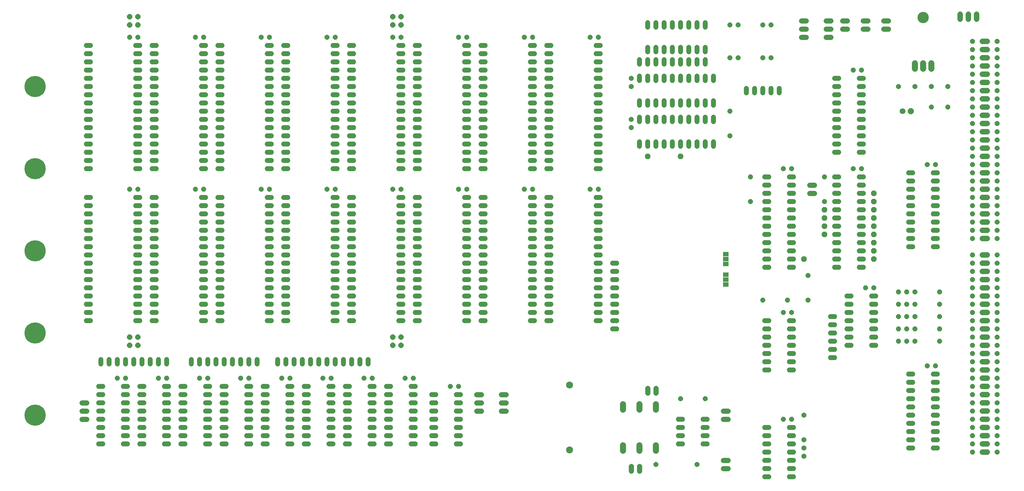
<source format=gbs>
G75*
%MOIN*%
%OFA0B0*%
%FSLAX25Y25*%
%IPPOS*%
%LPD*%
%AMOC8*
5,1,8,0,0,1.08239X$1,22.5*
%
%ADD10C,0.06800*%
%ADD11C,0.07400*%
%ADD12C,0.13800*%
%ADD13OC8,0.07100*%
%ADD14C,0.07100*%
%ADD15OC8,0.06000*%
%ADD16OC8,0.06050*%
%ADD17C,0.25800*%
%ADD18C,0.06000*%
%ADD19OC8,0.06400*%
%ADD20C,0.06400*%
%ADD21C,0.08477*%
%ADD22OC8,0.06800*%
%ADD23R,0.07100X0.05400*%
D10*
X1161300Y0598300D02*
X1161300Y0604300D01*
X1171300Y0604300D02*
X1171300Y0598300D01*
X1181300Y0598300D02*
X1181300Y0604300D01*
X1188300Y0571300D02*
X1194300Y0571300D01*
X1194300Y0561300D02*
X1188300Y0561300D01*
X1188300Y0551300D02*
X1194300Y0551300D01*
X1194300Y0541300D02*
X1188300Y0541300D01*
X1188300Y0531300D02*
X1194300Y0531300D01*
X1194300Y0521300D02*
X1188300Y0521300D01*
X1188300Y0511300D02*
X1194300Y0511300D01*
X1194300Y0501300D02*
X1188300Y0501300D01*
X1188300Y0491300D02*
X1194300Y0491300D01*
X1194300Y0481300D02*
X1188300Y0481300D01*
X1188300Y0471300D02*
X1194300Y0471300D01*
X1194300Y0461300D02*
X1188300Y0461300D01*
X1188300Y0451300D02*
X1194300Y0451300D01*
X1194300Y0441300D02*
X1188300Y0441300D01*
X1188300Y0431300D02*
X1194300Y0431300D01*
X1194300Y0421300D02*
X1188300Y0421300D01*
X1188300Y0411300D02*
X1194300Y0411300D01*
X1194300Y0401300D02*
X1188300Y0401300D01*
X1188300Y0391300D02*
X1194300Y0391300D01*
X1194300Y0381300D02*
X1188300Y0381300D01*
X1188300Y0371300D02*
X1194300Y0371300D01*
X1194300Y0361300D02*
X1188300Y0361300D01*
X1188300Y0351300D02*
X1194300Y0351300D01*
X1194300Y0341300D02*
X1188300Y0341300D01*
X1188300Y0331300D02*
X1194300Y0331300D01*
X1194300Y0311300D02*
X1188300Y0311300D01*
X1188300Y0301300D02*
X1194300Y0301300D01*
X1194300Y0291300D02*
X1188300Y0291300D01*
X1188300Y0281300D02*
X1194300Y0281300D01*
X1194300Y0271300D02*
X1188300Y0271300D01*
X1188300Y0261300D02*
X1194300Y0261300D01*
X1194300Y0251300D02*
X1188300Y0251300D01*
X1188300Y0241300D02*
X1194300Y0241300D01*
X1194300Y0231300D02*
X1188300Y0231300D01*
X1188300Y0221300D02*
X1194300Y0221300D01*
X1194300Y0211300D02*
X1188300Y0211300D01*
X1188300Y0201300D02*
X1194300Y0201300D01*
X1194300Y0191300D02*
X1188300Y0191300D01*
X1188300Y0181300D02*
X1194300Y0181300D01*
X1194300Y0171300D02*
X1188300Y0171300D01*
X1188300Y0161300D02*
X1194300Y0161300D01*
X1194300Y0151300D02*
X1188300Y0151300D01*
X1188300Y0141300D02*
X1194300Y0141300D01*
X1194300Y0131300D02*
X1188300Y0131300D01*
X1188300Y0121300D02*
X1194300Y0121300D01*
X1194300Y0111300D02*
X1188300Y0111300D01*
X1188300Y0101300D02*
X1194300Y0101300D01*
X1194300Y0091300D02*
X1188300Y0091300D01*
X1188300Y0081300D02*
X1194300Y0081300D01*
X1194300Y0071300D02*
X1188300Y0071300D01*
D11*
X0791300Y0073000D02*
X0791300Y0079600D01*
X0771300Y0079600D02*
X0771300Y0073000D01*
X0751300Y0073000D02*
X0751300Y0079600D01*
X0751300Y0123000D02*
X0751300Y0129600D01*
X0771300Y0129600D02*
X0771300Y0123000D01*
X0791300Y0123000D02*
X0791300Y0129600D01*
X1106300Y0538000D02*
X1106300Y0544600D01*
X1116300Y0544600D02*
X1116300Y0538000D01*
X1126300Y0538000D02*
X1126300Y0544600D01*
D12*
X1116300Y0600300D03*
D13*
X1101300Y0486300D03*
D14*
X1091300Y0486300D03*
D15*
X1126300Y0491300D03*
X1146300Y0491300D03*
X1146300Y0516300D03*
X1126300Y0516300D03*
X1106300Y0516300D03*
X1086300Y0516300D03*
X1041300Y0536300D03*
X1031300Y0536300D03*
X0931300Y0551300D03*
X0921300Y0551300D03*
X0891300Y0551300D03*
X0881300Y0551300D03*
X0881300Y0591300D03*
X0891300Y0591300D03*
X0921300Y0591300D03*
X0931300Y0591300D03*
X0761300Y0526300D03*
X0761300Y0516300D03*
X0761300Y0476300D03*
X0761300Y0466300D03*
X0881300Y0456300D03*
X0881300Y0486300D03*
X0946300Y0416300D03*
X0956300Y0416300D03*
X0996300Y0406300D03*
X1031300Y0416300D03*
X1041300Y0416300D03*
X0996300Y0376300D03*
X0906300Y0376300D03*
X0906300Y0406300D03*
X0721300Y0391300D03*
X0711300Y0391300D03*
X0641300Y0391300D03*
X0631300Y0391300D03*
X0561300Y0391300D03*
X0551300Y0391300D03*
X0481300Y0391300D03*
X0471300Y0391300D03*
X0401300Y0391300D03*
X0391300Y0391300D03*
X0321300Y0391300D03*
X0311300Y0391300D03*
X0241300Y0391300D03*
X0231300Y0391300D03*
X0161300Y0391300D03*
X0151300Y0391300D03*
X0151300Y0576300D03*
X0161300Y0576300D03*
X0231300Y0576300D03*
X0241300Y0576300D03*
X0311300Y0576300D03*
X0321300Y0576300D03*
X0391300Y0576300D03*
X0401300Y0576300D03*
X0471300Y0576300D03*
X0481300Y0576300D03*
X0551300Y0576300D03*
X0561300Y0576300D03*
X0631300Y0576300D03*
X0641300Y0576300D03*
X0711300Y0576300D03*
X0721300Y0576300D03*
X1121300Y0421300D03*
X1131300Y0421300D03*
X0976300Y0286300D03*
X0976300Y0256300D03*
X0956300Y0241300D03*
X0946300Y0241300D03*
X0951300Y0256300D03*
X0921300Y0256300D03*
X1046300Y0271300D03*
X1056300Y0271300D03*
X1086300Y0266300D03*
X1096300Y0266300D03*
X1106300Y0266300D03*
X1106300Y0251300D03*
X1096300Y0251300D03*
X1086300Y0251300D03*
X1086300Y0236300D03*
X1096300Y0236300D03*
X1106300Y0236300D03*
X1106300Y0221300D03*
X1096300Y0221300D03*
X1086300Y0221300D03*
X1086300Y0206300D03*
X1096300Y0206300D03*
X1106300Y0206300D03*
X1136300Y0206300D03*
X1136300Y0221300D03*
X1136300Y0236300D03*
X1136300Y0251300D03*
X1136300Y0266300D03*
X1131300Y0176300D03*
X1121300Y0176300D03*
X0971300Y0116300D03*
X0956300Y0111300D03*
X0946300Y0111300D03*
X0971300Y0086300D03*
X0971300Y0076300D03*
X0971300Y0066300D03*
X0841300Y0056300D03*
X0791300Y0056300D03*
X0821300Y0136300D03*
X0851300Y0136300D03*
X0551300Y0151300D03*
X0541300Y0151300D03*
X0496300Y0161300D03*
X0486300Y0161300D03*
X0446300Y0161300D03*
X0436300Y0161300D03*
X0396300Y0161300D03*
X0386300Y0161300D03*
X0346300Y0161300D03*
X0336300Y0161300D03*
X0296300Y0161300D03*
X0286300Y0161300D03*
X0246300Y0161300D03*
X0236300Y0161300D03*
X0196300Y0161300D03*
X0186300Y0161300D03*
X0146300Y0161300D03*
X0136300Y0161300D03*
D16*
X1176300Y0161300D03*
X1176300Y0151300D03*
X1176300Y0141300D03*
X1176300Y0131300D03*
X1176300Y0121300D03*
X1176300Y0111300D03*
X1176300Y0101300D03*
X1176300Y0091300D03*
X1176300Y0081300D03*
X1176300Y0071300D03*
X1206300Y0071300D03*
X1206300Y0081300D03*
X1206300Y0091300D03*
X1206300Y0101300D03*
X1206300Y0111300D03*
X1206300Y0121300D03*
X1206300Y0131300D03*
X1206300Y0141300D03*
X1206300Y0151300D03*
X1206300Y0161300D03*
X1206300Y0171300D03*
X1206300Y0181300D03*
X1206300Y0191300D03*
X1206300Y0201300D03*
X1206300Y0211300D03*
X1206300Y0221300D03*
X1206300Y0231300D03*
X1206300Y0241300D03*
X1206300Y0251300D03*
X1206300Y0261300D03*
X1206300Y0271300D03*
X1206300Y0281300D03*
X1206300Y0291300D03*
X1206300Y0301300D03*
X1206300Y0311300D03*
X1176300Y0311300D03*
X1176300Y0301300D03*
X1176300Y0291300D03*
X1176300Y0281300D03*
X1176300Y0271300D03*
X1176300Y0261300D03*
X1176300Y0251300D03*
X1176300Y0241300D03*
X1176300Y0231300D03*
X1176300Y0221300D03*
X1176300Y0211300D03*
X1176300Y0201300D03*
X1176300Y0191300D03*
X1176300Y0181300D03*
X1176300Y0171300D03*
X1176300Y0331300D03*
X1176300Y0341300D03*
X1176300Y0351300D03*
X1176300Y0361300D03*
X1176300Y0371300D03*
X1176300Y0381300D03*
X1176300Y0391300D03*
X1176300Y0401300D03*
X1176300Y0411300D03*
X1176300Y0421300D03*
X1176300Y0431300D03*
X1176300Y0441300D03*
X1176300Y0451300D03*
X1176300Y0461300D03*
X1176300Y0471300D03*
X1176300Y0481300D03*
X1176300Y0491300D03*
X1176300Y0501300D03*
X1176300Y0511300D03*
X1176300Y0521300D03*
X1176300Y0531300D03*
X1176300Y0541300D03*
X1176300Y0551300D03*
X1176300Y0561300D03*
X1176300Y0571300D03*
X1206300Y0571300D03*
X1206300Y0561300D03*
X1206300Y0551300D03*
X1206300Y0541300D03*
X1206300Y0531300D03*
X1206300Y0521300D03*
X1206300Y0511300D03*
X1206300Y0501300D03*
X1206300Y0491300D03*
X1206300Y0481300D03*
X1206300Y0471300D03*
X1206300Y0461300D03*
X1206300Y0451300D03*
X1206300Y0441300D03*
X1206300Y0431300D03*
X1206300Y0421300D03*
X1206300Y0411300D03*
X1206300Y0401300D03*
X1206300Y0391300D03*
X1206300Y0381300D03*
X1206300Y0371300D03*
X1206300Y0361300D03*
X1206300Y0351300D03*
X1206300Y0341300D03*
X1206300Y0331300D03*
D17*
X0036300Y0316300D03*
X0036300Y0216300D03*
X0036300Y0116300D03*
X0036300Y0416300D03*
X0036300Y0516300D03*
D18*
X0113700Y0081300D02*
X0118900Y0081300D01*
X0118900Y0091300D02*
X0113700Y0091300D01*
X0113700Y0101300D02*
X0118900Y0101300D01*
X0118900Y0111300D02*
X0113700Y0111300D01*
X0113700Y0121300D02*
X0118900Y0121300D01*
X0118900Y0131300D02*
X0113700Y0131300D01*
X0113700Y0141300D02*
X0118900Y0141300D01*
X0118900Y0151300D02*
X0113700Y0151300D01*
X0143700Y0151300D02*
X0148900Y0151300D01*
X0163700Y0151300D02*
X0168900Y0151300D01*
X0168900Y0141300D02*
X0163700Y0141300D01*
X0148900Y0141300D02*
X0143700Y0141300D01*
X0143700Y0131300D02*
X0148900Y0131300D01*
X0148900Y0121300D02*
X0143700Y0121300D01*
X0143700Y0111300D02*
X0148900Y0111300D01*
X0148900Y0101300D02*
X0143700Y0101300D01*
X0143700Y0091300D02*
X0148900Y0091300D01*
X0163700Y0091300D02*
X0168900Y0091300D01*
X0168900Y0081300D02*
X0163700Y0081300D01*
X0148900Y0081300D02*
X0143700Y0081300D01*
X0163700Y0101300D02*
X0168900Y0101300D01*
X0168900Y0111300D02*
X0163700Y0111300D01*
X0163700Y0121300D02*
X0168900Y0121300D01*
X0168900Y0131300D02*
X0163700Y0131300D01*
X0193700Y0131300D02*
X0198900Y0131300D01*
X0198900Y0121300D02*
X0193700Y0121300D01*
X0193700Y0111300D02*
X0198900Y0111300D01*
X0198900Y0101300D02*
X0193700Y0101300D01*
X0193700Y0091300D02*
X0198900Y0091300D01*
X0213700Y0091300D02*
X0218900Y0091300D01*
X0218900Y0081300D02*
X0213700Y0081300D01*
X0198900Y0081300D02*
X0193700Y0081300D01*
X0213700Y0101300D02*
X0218900Y0101300D01*
X0218900Y0111300D02*
X0213700Y0111300D01*
X0213700Y0121300D02*
X0218900Y0121300D01*
X0218900Y0131300D02*
X0213700Y0131300D01*
X0213700Y0141300D02*
X0218900Y0141300D01*
X0218900Y0151300D02*
X0213700Y0151300D01*
X0198900Y0151300D02*
X0193700Y0151300D01*
X0193700Y0141300D02*
X0198900Y0141300D01*
X0243700Y0141300D02*
X0248900Y0141300D01*
X0263700Y0141300D02*
X0268900Y0141300D01*
X0268900Y0131300D02*
X0263700Y0131300D01*
X0263700Y0121300D02*
X0268900Y0121300D01*
X0268900Y0111300D02*
X0263700Y0111300D01*
X0263700Y0101300D02*
X0268900Y0101300D01*
X0268900Y0091300D02*
X0263700Y0091300D01*
X0248900Y0091300D02*
X0243700Y0091300D01*
X0243700Y0081300D02*
X0248900Y0081300D01*
X0263700Y0081300D02*
X0268900Y0081300D01*
X0293700Y0081300D02*
X0298900Y0081300D01*
X0313700Y0081300D02*
X0318900Y0081300D01*
X0318900Y0091300D02*
X0313700Y0091300D01*
X0298900Y0091300D02*
X0293700Y0091300D01*
X0293700Y0101300D02*
X0298900Y0101300D01*
X0298900Y0111300D02*
X0293700Y0111300D01*
X0313700Y0111300D02*
X0318900Y0111300D01*
X0318900Y0101300D02*
X0313700Y0101300D01*
X0313700Y0121300D02*
X0318900Y0121300D01*
X0318900Y0131300D02*
X0313700Y0131300D01*
X0298900Y0131300D02*
X0293700Y0131300D01*
X0293700Y0121300D02*
X0298900Y0121300D01*
X0298900Y0141300D02*
X0293700Y0141300D01*
X0313700Y0141300D02*
X0318900Y0141300D01*
X0318900Y0151300D02*
X0313700Y0151300D01*
X0298900Y0151300D02*
X0293700Y0151300D01*
X0268900Y0151300D02*
X0263700Y0151300D01*
X0248900Y0151300D02*
X0243700Y0151300D01*
X0243700Y0131300D02*
X0248900Y0131300D01*
X0248900Y0121300D02*
X0243700Y0121300D01*
X0243700Y0111300D02*
X0248900Y0111300D01*
X0248900Y0101300D02*
X0243700Y0101300D01*
X0343700Y0101300D02*
X0348900Y0101300D01*
X0348900Y0111300D02*
X0343700Y0111300D01*
X0363700Y0111300D02*
X0368900Y0111300D01*
X0368900Y0101300D02*
X0363700Y0101300D01*
X0363700Y0091300D02*
X0368900Y0091300D01*
X0368900Y0081300D02*
X0363700Y0081300D01*
X0348900Y0081300D02*
X0343700Y0081300D01*
X0343700Y0091300D02*
X0348900Y0091300D01*
X0393700Y0091300D02*
X0398900Y0091300D01*
X0398900Y0081300D02*
X0393700Y0081300D01*
X0413700Y0081300D02*
X0418900Y0081300D01*
X0418900Y0091300D02*
X0413700Y0091300D01*
X0413700Y0101300D02*
X0418900Y0101300D01*
X0418900Y0111300D02*
X0413700Y0111300D01*
X0413700Y0121300D02*
X0418900Y0121300D01*
X0418900Y0131300D02*
X0413700Y0131300D01*
X0413700Y0141300D02*
X0418900Y0141300D01*
X0418900Y0151300D02*
X0413700Y0151300D01*
X0398900Y0151300D02*
X0393700Y0151300D01*
X0393700Y0141300D02*
X0398900Y0141300D01*
X0398900Y0131300D02*
X0393700Y0131300D01*
X0393700Y0121300D02*
X0398900Y0121300D01*
X0398900Y0111300D02*
X0393700Y0111300D01*
X0393700Y0101300D02*
X0398900Y0101300D01*
X0368900Y0121300D02*
X0363700Y0121300D01*
X0363700Y0131300D02*
X0368900Y0131300D01*
X0368900Y0141300D02*
X0363700Y0141300D01*
X0348900Y0141300D02*
X0343700Y0141300D01*
X0343700Y0131300D02*
X0348900Y0131300D01*
X0348900Y0121300D02*
X0343700Y0121300D01*
X0343700Y0151300D02*
X0348900Y0151300D01*
X0363700Y0151300D02*
X0368900Y0151300D01*
X0371300Y0178700D02*
X0371300Y0183900D01*
X0361300Y0183900D02*
X0361300Y0178700D01*
X0351300Y0178700D02*
X0351300Y0183900D01*
X0341300Y0183900D02*
X0341300Y0178700D01*
X0331300Y0178700D02*
X0331300Y0183900D01*
X0306300Y0183900D02*
X0306300Y0178700D01*
X0296300Y0178700D02*
X0296300Y0183900D01*
X0286300Y0183900D02*
X0286300Y0178700D01*
X0276300Y0178700D02*
X0276300Y0183900D01*
X0266300Y0183900D02*
X0266300Y0178700D01*
X0256300Y0178700D02*
X0256300Y0183900D01*
X0246300Y0183900D02*
X0246300Y0178700D01*
X0236300Y0178700D02*
X0236300Y0183900D01*
X0226300Y0183900D02*
X0226300Y0178700D01*
X0196300Y0178700D02*
X0196300Y0183900D01*
X0186300Y0183900D02*
X0186300Y0178700D01*
X0176300Y0178700D02*
X0176300Y0183900D01*
X0166300Y0183900D02*
X0166300Y0178700D01*
X0156300Y0178700D02*
X0156300Y0183900D01*
X0146300Y0183900D02*
X0146300Y0178700D01*
X0136300Y0178700D02*
X0136300Y0183900D01*
X0126300Y0183900D02*
X0126300Y0178700D01*
X0116300Y0178700D02*
X0116300Y0183900D01*
X0103900Y0231300D02*
X0098700Y0231300D01*
X0098700Y0241300D02*
X0103900Y0241300D01*
X0103900Y0251300D02*
X0098700Y0251300D01*
X0098700Y0261300D02*
X0103900Y0261300D01*
X0103900Y0271300D02*
X0098700Y0271300D01*
X0098700Y0281300D02*
X0103900Y0281300D01*
X0103900Y0291300D02*
X0098700Y0291300D01*
X0098700Y0301300D02*
X0103900Y0301300D01*
X0103900Y0311300D02*
X0098700Y0311300D01*
X0098700Y0321300D02*
X0103900Y0321300D01*
X0103900Y0331300D02*
X0098700Y0331300D01*
X0098700Y0341300D02*
X0103900Y0341300D01*
X0103900Y0351300D02*
X0098700Y0351300D01*
X0098700Y0361300D02*
X0103900Y0361300D01*
X0103900Y0371300D02*
X0098700Y0371300D01*
X0098700Y0381300D02*
X0103900Y0381300D01*
X0158700Y0381300D02*
X0163900Y0381300D01*
X0163900Y0371300D02*
X0158700Y0371300D01*
X0178700Y0371300D02*
X0183900Y0371300D01*
X0183900Y0381300D02*
X0178700Y0381300D01*
X0178700Y0361300D02*
X0183900Y0361300D01*
X0183900Y0351300D02*
X0178700Y0351300D01*
X0178700Y0341300D02*
X0183900Y0341300D01*
X0183900Y0331300D02*
X0178700Y0331300D01*
X0178700Y0321300D02*
X0183900Y0321300D01*
X0183900Y0311300D02*
X0178700Y0311300D01*
X0178700Y0301300D02*
X0183900Y0301300D01*
X0183900Y0291300D02*
X0178700Y0291300D01*
X0163900Y0291300D02*
X0158700Y0291300D01*
X0158700Y0281300D02*
X0163900Y0281300D01*
X0163900Y0271300D02*
X0158700Y0271300D01*
X0178700Y0271300D02*
X0183900Y0271300D01*
X0183900Y0281300D02*
X0178700Y0281300D01*
X0178700Y0261300D02*
X0183900Y0261300D01*
X0183900Y0251300D02*
X0178700Y0251300D01*
X0163900Y0251300D02*
X0158700Y0251300D01*
X0158700Y0261300D02*
X0163900Y0261300D01*
X0163900Y0241300D02*
X0158700Y0241300D01*
X0178700Y0241300D02*
X0183900Y0241300D01*
X0183900Y0231300D02*
X0178700Y0231300D01*
X0163900Y0231300D02*
X0158700Y0231300D01*
X0238700Y0231300D02*
X0243900Y0231300D01*
X0258700Y0231300D02*
X0263900Y0231300D01*
X0263900Y0241300D02*
X0258700Y0241300D01*
X0243900Y0241300D02*
X0238700Y0241300D01*
X0238700Y0251300D02*
X0243900Y0251300D01*
X0243900Y0261300D02*
X0238700Y0261300D01*
X0238700Y0271300D02*
X0243900Y0271300D01*
X0243900Y0281300D02*
X0238700Y0281300D01*
X0238700Y0291300D02*
X0243900Y0291300D01*
X0258700Y0291300D02*
X0263900Y0291300D01*
X0263900Y0281300D02*
X0258700Y0281300D01*
X0258700Y0271300D02*
X0263900Y0271300D01*
X0263900Y0261300D02*
X0258700Y0261300D01*
X0258700Y0251300D02*
X0263900Y0251300D01*
X0318700Y0251300D02*
X0323900Y0251300D01*
X0323900Y0261300D02*
X0318700Y0261300D01*
X0338700Y0261300D02*
X0343900Y0261300D01*
X0343900Y0251300D02*
X0338700Y0251300D01*
X0338700Y0241300D02*
X0343900Y0241300D01*
X0343900Y0231300D02*
X0338700Y0231300D01*
X0323900Y0231300D02*
X0318700Y0231300D01*
X0318700Y0241300D02*
X0323900Y0241300D01*
X0323900Y0271300D02*
X0318700Y0271300D01*
X0318700Y0281300D02*
X0323900Y0281300D01*
X0338700Y0281300D02*
X0343900Y0281300D01*
X0343900Y0271300D02*
X0338700Y0271300D01*
X0338700Y0291300D02*
X0343900Y0291300D01*
X0343900Y0301300D02*
X0338700Y0301300D01*
X0338700Y0311300D02*
X0343900Y0311300D01*
X0343900Y0321300D02*
X0338700Y0321300D01*
X0338700Y0331300D02*
X0343900Y0331300D01*
X0343900Y0341300D02*
X0338700Y0341300D01*
X0338700Y0351300D02*
X0343900Y0351300D01*
X0343900Y0361300D02*
X0338700Y0361300D01*
X0323900Y0361300D02*
X0318700Y0361300D01*
X0318700Y0351300D02*
X0323900Y0351300D01*
X0323900Y0341300D02*
X0318700Y0341300D01*
X0318700Y0331300D02*
X0323900Y0331300D01*
X0323900Y0321300D02*
X0318700Y0321300D01*
X0318700Y0311300D02*
X0323900Y0311300D01*
X0323900Y0301300D02*
X0318700Y0301300D01*
X0318700Y0291300D02*
X0323900Y0291300D01*
X0263900Y0301300D02*
X0258700Y0301300D01*
X0258700Y0311300D02*
X0263900Y0311300D01*
X0243900Y0311300D02*
X0238700Y0311300D01*
X0238700Y0301300D02*
X0243900Y0301300D01*
X0243900Y0321300D02*
X0238700Y0321300D01*
X0238700Y0331300D02*
X0243900Y0331300D01*
X0258700Y0331300D02*
X0263900Y0331300D01*
X0263900Y0321300D02*
X0258700Y0321300D01*
X0258700Y0341300D02*
X0263900Y0341300D01*
X0263900Y0351300D02*
X0258700Y0351300D01*
X0243900Y0351300D02*
X0238700Y0351300D01*
X0238700Y0341300D02*
X0243900Y0341300D01*
X0243900Y0361300D02*
X0238700Y0361300D01*
X0238700Y0371300D02*
X0243900Y0371300D01*
X0243900Y0381300D02*
X0238700Y0381300D01*
X0258700Y0381300D02*
X0263900Y0381300D01*
X0263900Y0371300D02*
X0258700Y0371300D01*
X0258700Y0361300D02*
X0263900Y0361300D01*
X0318700Y0371300D02*
X0323900Y0371300D01*
X0323900Y0381300D02*
X0318700Y0381300D01*
X0338700Y0381300D02*
X0343900Y0381300D01*
X0343900Y0371300D02*
X0338700Y0371300D01*
X0398700Y0371300D02*
X0403900Y0371300D01*
X0403900Y0381300D02*
X0398700Y0381300D01*
X0418700Y0381300D02*
X0423900Y0381300D01*
X0423900Y0371300D02*
X0418700Y0371300D01*
X0418700Y0361300D02*
X0423900Y0361300D01*
X0403900Y0361300D02*
X0398700Y0361300D01*
X0398700Y0351300D02*
X0403900Y0351300D01*
X0403900Y0341300D02*
X0398700Y0341300D01*
X0398700Y0331300D02*
X0403900Y0331300D01*
X0403900Y0321300D02*
X0398700Y0321300D01*
X0398700Y0311300D02*
X0403900Y0311300D01*
X0403900Y0301300D02*
X0398700Y0301300D01*
X0398700Y0291300D02*
X0403900Y0291300D01*
X0418700Y0291300D02*
X0423900Y0291300D01*
X0423900Y0281300D02*
X0418700Y0281300D01*
X0418700Y0271300D02*
X0423900Y0271300D01*
X0403900Y0271300D02*
X0398700Y0271300D01*
X0398700Y0281300D02*
X0403900Y0281300D01*
X0403900Y0261300D02*
X0398700Y0261300D01*
X0398700Y0251300D02*
X0403900Y0251300D01*
X0418700Y0251300D02*
X0423900Y0251300D01*
X0423900Y0261300D02*
X0418700Y0261300D01*
X0418700Y0241300D02*
X0423900Y0241300D01*
X0403900Y0241300D02*
X0398700Y0241300D01*
X0398700Y0231300D02*
X0403900Y0231300D01*
X0418700Y0231300D02*
X0423900Y0231300D01*
X0478700Y0231300D02*
X0483900Y0231300D01*
X0483900Y0241300D02*
X0478700Y0241300D01*
X0478700Y0251300D02*
X0483900Y0251300D01*
X0483900Y0261300D02*
X0478700Y0261300D01*
X0478700Y0271300D02*
X0483900Y0271300D01*
X0483900Y0281300D02*
X0478700Y0281300D01*
X0478700Y0291300D02*
X0483900Y0291300D01*
X0483900Y0301300D02*
X0478700Y0301300D01*
X0478700Y0311300D02*
X0483900Y0311300D01*
X0483900Y0321300D02*
X0478700Y0321300D01*
X0478700Y0331300D02*
X0483900Y0331300D01*
X0483900Y0341300D02*
X0478700Y0341300D01*
X0478700Y0351300D02*
X0483900Y0351300D01*
X0483900Y0361300D02*
X0478700Y0361300D01*
X0478700Y0371300D02*
X0483900Y0371300D01*
X0483900Y0381300D02*
X0478700Y0381300D01*
X0498700Y0381300D02*
X0503900Y0381300D01*
X0503900Y0371300D02*
X0498700Y0371300D01*
X0498700Y0361300D02*
X0503900Y0361300D01*
X0503900Y0351300D02*
X0498700Y0351300D01*
X0498700Y0341300D02*
X0503900Y0341300D01*
X0503900Y0331300D02*
X0498700Y0331300D01*
X0498700Y0321300D02*
X0503900Y0321300D01*
X0503900Y0311300D02*
X0498700Y0311300D01*
X0498700Y0301300D02*
X0503900Y0301300D01*
X0503900Y0291300D02*
X0498700Y0291300D01*
X0498700Y0281300D02*
X0503900Y0281300D01*
X0503900Y0271300D02*
X0498700Y0271300D01*
X0498700Y0261300D02*
X0503900Y0261300D01*
X0503900Y0251300D02*
X0498700Y0251300D01*
X0498700Y0241300D02*
X0503900Y0241300D01*
X0503900Y0231300D02*
X0498700Y0231300D01*
X0558700Y0231300D02*
X0563900Y0231300D01*
X0578700Y0231300D02*
X0583900Y0231300D01*
X0583900Y0241300D02*
X0578700Y0241300D01*
X0563900Y0241300D02*
X0558700Y0241300D01*
X0558700Y0251300D02*
X0563900Y0251300D01*
X0563900Y0261300D02*
X0558700Y0261300D01*
X0578700Y0261300D02*
X0583900Y0261300D01*
X0583900Y0251300D02*
X0578700Y0251300D01*
X0578700Y0271300D02*
X0583900Y0271300D01*
X0583900Y0281300D02*
X0578700Y0281300D01*
X0563900Y0281300D02*
X0558700Y0281300D01*
X0558700Y0271300D02*
X0563900Y0271300D01*
X0563900Y0291300D02*
X0558700Y0291300D01*
X0578700Y0291300D02*
X0583900Y0291300D01*
X0583900Y0301300D02*
X0578700Y0301300D01*
X0578700Y0311300D02*
X0583900Y0311300D01*
X0583900Y0321300D02*
X0578700Y0321300D01*
X0578700Y0331300D02*
X0583900Y0331300D01*
X0583900Y0341300D02*
X0578700Y0341300D01*
X0578700Y0351300D02*
X0583900Y0351300D01*
X0583900Y0361300D02*
X0578700Y0361300D01*
X0563900Y0361300D02*
X0558700Y0361300D01*
X0558700Y0351300D02*
X0563900Y0351300D01*
X0563900Y0341300D02*
X0558700Y0341300D01*
X0558700Y0331300D02*
X0563900Y0331300D01*
X0563900Y0321300D02*
X0558700Y0321300D01*
X0558700Y0311300D02*
X0563900Y0311300D01*
X0563900Y0301300D02*
X0558700Y0301300D01*
X0638700Y0301300D02*
X0643900Y0301300D01*
X0643900Y0311300D02*
X0638700Y0311300D01*
X0638700Y0321300D02*
X0643900Y0321300D01*
X0643900Y0331300D02*
X0638700Y0331300D01*
X0638700Y0341300D02*
X0643900Y0341300D01*
X0643900Y0351300D02*
X0638700Y0351300D01*
X0638700Y0361300D02*
X0643900Y0361300D01*
X0658700Y0361300D02*
X0663900Y0361300D01*
X0663900Y0351300D02*
X0658700Y0351300D01*
X0658700Y0341300D02*
X0663900Y0341300D01*
X0663900Y0331300D02*
X0658700Y0331300D01*
X0658700Y0321300D02*
X0663900Y0321300D01*
X0663900Y0311300D02*
X0658700Y0311300D01*
X0658700Y0301300D02*
X0663900Y0301300D01*
X0663900Y0291300D02*
X0658700Y0291300D01*
X0643900Y0291300D02*
X0638700Y0291300D01*
X0638700Y0281300D02*
X0643900Y0281300D01*
X0643900Y0271300D02*
X0638700Y0271300D01*
X0638700Y0261300D02*
X0643900Y0261300D01*
X0643900Y0251300D02*
X0638700Y0251300D01*
X0638700Y0241300D02*
X0643900Y0241300D01*
X0658700Y0241300D02*
X0663900Y0241300D01*
X0663900Y0231300D02*
X0658700Y0231300D01*
X0643900Y0231300D02*
X0638700Y0231300D01*
X0658700Y0251300D02*
X0663900Y0251300D01*
X0663900Y0261300D02*
X0658700Y0261300D01*
X0658700Y0271300D02*
X0663900Y0271300D01*
X0663900Y0281300D02*
X0658700Y0281300D01*
X0718700Y0281300D02*
X0723900Y0281300D01*
X0723900Y0271300D02*
X0718700Y0271300D01*
X0738700Y0271300D02*
X0743900Y0271300D01*
X0743900Y0281300D02*
X0738700Y0281300D01*
X0738700Y0291300D02*
X0743900Y0291300D01*
X0743900Y0301300D02*
X0738700Y0301300D01*
X0723900Y0301300D02*
X0718700Y0301300D01*
X0718700Y0311300D02*
X0723900Y0311300D01*
X0723900Y0321300D02*
X0718700Y0321300D01*
X0718700Y0331300D02*
X0723900Y0331300D01*
X0723900Y0341300D02*
X0718700Y0341300D01*
X0718700Y0351300D02*
X0723900Y0351300D01*
X0723900Y0361300D02*
X0718700Y0361300D01*
X0718700Y0371300D02*
X0723900Y0371300D01*
X0723900Y0381300D02*
X0718700Y0381300D01*
X0663900Y0381300D02*
X0658700Y0381300D01*
X0658700Y0371300D02*
X0663900Y0371300D01*
X0643900Y0371300D02*
X0638700Y0371300D01*
X0638700Y0381300D02*
X0643900Y0381300D01*
X0583900Y0381300D02*
X0578700Y0381300D01*
X0578700Y0371300D02*
X0583900Y0371300D01*
X0563900Y0371300D02*
X0558700Y0371300D01*
X0558700Y0381300D02*
X0563900Y0381300D01*
X0563900Y0416300D02*
X0558700Y0416300D01*
X0558700Y0426300D02*
X0563900Y0426300D01*
X0578700Y0426300D02*
X0583900Y0426300D01*
X0583900Y0416300D02*
X0578700Y0416300D01*
X0578700Y0436300D02*
X0583900Y0436300D01*
X0583900Y0446300D02*
X0578700Y0446300D01*
X0578700Y0456300D02*
X0583900Y0456300D01*
X0583900Y0466300D02*
X0578700Y0466300D01*
X0578700Y0476300D02*
X0583900Y0476300D01*
X0583900Y0486300D02*
X0578700Y0486300D01*
X0563900Y0486300D02*
X0558700Y0486300D01*
X0558700Y0476300D02*
X0563900Y0476300D01*
X0563900Y0466300D02*
X0558700Y0466300D01*
X0558700Y0456300D02*
X0563900Y0456300D01*
X0563900Y0446300D02*
X0558700Y0446300D01*
X0558700Y0436300D02*
X0563900Y0436300D01*
X0503900Y0436300D02*
X0498700Y0436300D01*
X0498700Y0426300D02*
X0503900Y0426300D01*
X0503900Y0416300D02*
X0498700Y0416300D01*
X0483900Y0416300D02*
X0478700Y0416300D01*
X0478700Y0426300D02*
X0483900Y0426300D01*
X0483900Y0436300D02*
X0478700Y0436300D01*
X0478700Y0446300D02*
X0483900Y0446300D01*
X0483900Y0456300D02*
X0478700Y0456300D01*
X0478700Y0466300D02*
X0483900Y0466300D01*
X0483900Y0476300D02*
X0478700Y0476300D01*
X0478700Y0486300D02*
X0483900Y0486300D01*
X0483900Y0496300D02*
X0478700Y0496300D01*
X0478700Y0506300D02*
X0483900Y0506300D01*
X0483900Y0516300D02*
X0478700Y0516300D01*
X0478700Y0526300D02*
X0483900Y0526300D01*
X0483900Y0536300D02*
X0478700Y0536300D01*
X0478700Y0546300D02*
X0483900Y0546300D01*
X0483900Y0556300D02*
X0478700Y0556300D01*
X0478700Y0566300D02*
X0483900Y0566300D01*
X0498700Y0566300D02*
X0503900Y0566300D01*
X0503900Y0556300D02*
X0498700Y0556300D01*
X0498700Y0546300D02*
X0503900Y0546300D01*
X0503900Y0536300D02*
X0498700Y0536300D01*
X0498700Y0526300D02*
X0503900Y0526300D01*
X0503900Y0516300D02*
X0498700Y0516300D01*
X0498700Y0506300D02*
X0503900Y0506300D01*
X0503900Y0496300D02*
X0498700Y0496300D01*
X0498700Y0486300D02*
X0503900Y0486300D01*
X0503900Y0476300D02*
X0498700Y0476300D01*
X0498700Y0466300D02*
X0503900Y0466300D01*
X0503900Y0456300D02*
X0498700Y0456300D01*
X0498700Y0446300D02*
X0503900Y0446300D01*
X0423900Y0446300D02*
X0418700Y0446300D01*
X0418700Y0456300D02*
X0423900Y0456300D01*
X0403900Y0456300D02*
X0398700Y0456300D01*
X0398700Y0446300D02*
X0403900Y0446300D01*
X0403900Y0436300D02*
X0398700Y0436300D01*
X0398700Y0426300D02*
X0403900Y0426300D01*
X0403900Y0416300D02*
X0398700Y0416300D01*
X0418700Y0416300D02*
X0423900Y0416300D01*
X0423900Y0426300D02*
X0418700Y0426300D01*
X0418700Y0436300D02*
X0423900Y0436300D01*
X0423900Y0466300D02*
X0418700Y0466300D01*
X0418700Y0476300D02*
X0423900Y0476300D01*
X0403900Y0476300D02*
X0398700Y0476300D01*
X0398700Y0466300D02*
X0403900Y0466300D01*
X0403900Y0486300D02*
X0398700Y0486300D01*
X0398700Y0496300D02*
X0403900Y0496300D01*
X0403900Y0506300D02*
X0398700Y0506300D01*
X0398700Y0516300D02*
X0403900Y0516300D01*
X0403900Y0526300D02*
X0398700Y0526300D01*
X0398700Y0536300D02*
X0403900Y0536300D01*
X0418700Y0536300D02*
X0423900Y0536300D01*
X0423900Y0526300D02*
X0418700Y0526300D01*
X0418700Y0516300D02*
X0423900Y0516300D01*
X0423900Y0506300D02*
X0418700Y0506300D01*
X0418700Y0496300D02*
X0423900Y0496300D01*
X0423900Y0486300D02*
X0418700Y0486300D01*
X0343900Y0486300D02*
X0338700Y0486300D01*
X0323900Y0486300D02*
X0318700Y0486300D01*
X0318700Y0476300D02*
X0323900Y0476300D01*
X0323900Y0466300D02*
X0318700Y0466300D01*
X0338700Y0466300D02*
X0343900Y0466300D01*
X0343900Y0476300D02*
X0338700Y0476300D01*
X0338700Y0456300D02*
X0343900Y0456300D01*
X0343900Y0446300D02*
X0338700Y0446300D01*
X0323900Y0446300D02*
X0318700Y0446300D01*
X0318700Y0456300D02*
X0323900Y0456300D01*
X0323900Y0436300D02*
X0318700Y0436300D01*
X0338700Y0436300D02*
X0343900Y0436300D01*
X0343900Y0426300D02*
X0338700Y0426300D01*
X0338700Y0416300D02*
X0343900Y0416300D01*
X0323900Y0416300D02*
X0318700Y0416300D01*
X0318700Y0426300D02*
X0323900Y0426300D01*
X0263900Y0426300D02*
X0258700Y0426300D01*
X0258700Y0416300D02*
X0263900Y0416300D01*
X0243900Y0416300D02*
X0238700Y0416300D01*
X0238700Y0426300D02*
X0243900Y0426300D01*
X0243900Y0436300D02*
X0238700Y0436300D01*
X0238700Y0446300D02*
X0243900Y0446300D01*
X0243900Y0456300D02*
X0238700Y0456300D01*
X0238700Y0466300D02*
X0243900Y0466300D01*
X0243900Y0476300D02*
X0238700Y0476300D01*
X0238700Y0486300D02*
X0243900Y0486300D01*
X0258700Y0486300D02*
X0263900Y0486300D01*
X0263900Y0476300D02*
X0258700Y0476300D01*
X0258700Y0466300D02*
X0263900Y0466300D01*
X0263900Y0456300D02*
X0258700Y0456300D01*
X0258700Y0446300D02*
X0263900Y0446300D01*
X0263900Y0436300D02*
X0258700Y0436300D01*
X0183900Y0436300D02*
X0178700Y0436300D01*
X0163900Y0436300D02*
X0158700Y0436300D01*
X0158700Y0426300D02*
X0163900Y0426300D01*
X0163900Y0416300D02*
X0158700Y0416300D01*
X0178700Y0416300D02*
X0183900Y0416300D01*
X0183900Y0426300D02*
X0178700Y0426300D01*
X0178700Y0446300D02*
X0183900Y0446300D01*
X0183900Y0456300D02*
X0178700Y0456300D01*
X0163900Y0456300D02*
X0158700Y0456300D01*
X0158700Y0446300D02*
X0163900Y0446300D01*
X0163900Y0466300D02*
X0158700Y0466300D01*
X0158700Y0476300D02*
X0163900Y0476300D01*
X0178700Y0476300D02*
X0183900Y0476300D01*
X0183900Y0466300D02*
X0178700Y0466300D01*
X0178700Y0486300D02*
X0183900Y0486300D01*
X0183900Y0496300D02*
X0178700Y0496300D01*
X0178700Y0506300D02*
X0183900Y0506300D01*
X0183900Y0516300D02*
X0178700Y0516300D01*
X0178700Y0526300D02*
X0183900Y0526300D01*
X0183900Y0536300D02*
X0178700Y0536300D01*
X0163900Y0536300D02*
X0158700Y0536300D01*
X0158700Y0526300D02*
X0163900Y0526300D01*
X0163900Y0516300D02*
X0158700Y0516300D01*
X0158700Y0506300D02*
X0163900Y0506300D01*
X0163900Y0496300D02*
X0158700Y0496300D01*
X0158700Y0486300D02*
X0163900Y0486300D01*
X0103900Y0486300D02*
X0098700Y0486300D01*
X0098700Y0476300D02*
X0103900Y0476300D01*
X0103900Y0466300D02*
X0098700Y0466300D01*
X0098700Y0456300D02*
X0103900Y0456300D01*
X0103900Y0446300D02*
X0098700Y0446300D01*
X0098700Y0436300D02*
X0103900Y0436300D01*
X0103900Y0426300D02*
X0098700Y0426300D01*
X0098700Y0416300D02*
X0103900Y0416300D01*
X0158700Y0361300D02*
X0163900Y0361300D01*
X0163900Y0351300D02*
X0158700Y0351300D01*
X0158700Y0341300D02*
X0163900Y0341300D01*
X0163900Y0331300D02*
X0158700Y0331300D01*
X0158700Y0321300D02*
X0163900Y0321300D01*
X0163900Y0311300D02*
X0158700Y0311300D01*
X0158700Y0301300D02*
X0163900Y0301300D01*
X0381300Y0183900D02*
X0381300Y0178700D01*
X0391300Y0178700D02*
X0391300Y0183900D01*
X0401300Y0183900D02*
X0401300Y0178700D01*
X0411300Y0178700D02*
X0411300Y0183900D01*
X0421300Y0183900D02*
X0421300Y0178700D01*
X0431300Y0178700D02*
X0431300Y0183900D01*
X0441300Y0183900D02*
X0441300Y0178700D01*
X0443700Y0151300D02*
X0448900Y0151300D01*
X0463700Y0151300D02*
X0468900Y0151300D01*
X0468900Y0141300D02*
X0463700Y0141300D01*
X0448900Y0141300D02*
X0443700Y0141300D01*
X0443700Y0131300D02*
X0448900Y0131300D01*
X0448900Y0121300D02*
X0443700Y0121300D01*
X0443700Y0111300D02*
X0448900Y0111300D01*
X0448900Y0101300D02*
X0443700Y0101300D01*
X0443700Y0091300D02*
X0448900Y0091300D01*
X0463700Y0091300D02*
X0468900Y0091300D01*
X0468900Y0081300D02*
X0463700Y0081300D01*
X0448900Y0081300D02*
X0443700Y0081300D01*
X0463700Y0101300D02*
X0468900Y0101300D01*
X0468900Y0111300D02*
X0463700Y0111300D01*
X0463700Y0121300D02*
X0468900Y0121300D01*
X0468900Y0131300D02*
X0463700Y0131300D01*
X0493700Y0131300D02*
X0498900Y0131300D01*
X0498900Y0121300D02*
X0493700Y0121300D01*
X0493700Y0111300D02*
X0498900Y0111300D01*
X0498900Y0101300D02*
X0493700Y0101300D01*
X0493700Y0091300D02*
X0498900Y0091300D01*
X0518700Y0091300D02*
X0523900Y0091300D01*
X0523900Y0081300D02*
X0518700Y0081300D01*
X0498900Y0081300D02*
X0493700Y0081300D01*
X0518700Y0101300D02*
X0523900Y0101300D01*
X0523900Y0111300D02*
X0518700Y0111300D01*
X0518700Y0121300D02*
X0523900Y0121300D01*
X0523900Y0131300D02*
X0518700Y0131300D01*
X0518700Y0141300D02*
X0523900Y0141300D01*
X0548700Y0141300D02*
X0553900Y0141300D01*
X0553900Y0131300D02*
X0548700Y0131300D01*
X0548700Y0121300D02*
X0553900Y0121300D01*
X0553900Y0111300D02*
X0548700Y0111300D01*
X0548700Y0101300D02*
X0553900Y0101300D01*
X0553900Y0091300D02*
X0548700Y0091300D01*
X0548700Y0081300D02*
X0553900Y0081300D01*
X0498900Y0141300D02*
X0493700Y0141300D01*
X0493700Y0151300D02*
X0498900Y0151300D01*
X0718700Y0231300D02*
X0723900Y0231300D01*
X0738700Y0231300D02*
X0743900Y0231300D01*
X0743900Y0221300D02*
X0738700Y0221300D01*
X0738700Y0241300D02*
X0743900Y0241300D01*
X0743900Y0251300D02*
X0738700Y0251300D01*
X0738700Y0261300D02*
X0743900Y0261300D01*
X0723900Y0261300D02*
X0718700Y0261300D01*
X0718700Y0251300D02*
X0723900Y0251300D01*
X0723900Y0241300D02*
X0718700Y0241300D01*
X0718700Y0291300D02*
X0723900Y0291300D01*
X0923700Y0296300D02*
X0928900Y0296300D01*
X0928900Y0306300D02*
X0923700Y0306300D01*
X0923700Y0316300D02*
X0928900Y0316300D01*
X0928900Y0326300D02*
X0923700Y0326300D01*
X0923700Y0336300D02*
X0928900Y0336300D01*
X0928900Y0346300D02*
X0923700Y0346300D01*
X0923700Y0356300D02*
X0928900Y0356300D01*
X0928900Y0366300D02*
X0923700Y0366300D01*
X0923700Y0376300D02*
X0928900Y0376300D01*
X0928900Y0386300D02*
X0923700Y0386300D01*
X0923700Y0396300D02*
X0928900Y0396300D01*
X0928900Y0406300D02*
X0923700Y0406300D01*
X0953700Y0406300D02*
X0958900Y0406300D01*
X0958900Y0396300D02*
X0953700Y0396300D01*
X0953700Y0386300D02*
X0958900Y0386300D01*
X0958900Y0376300D02*
X0953700Y0376300D01*
X0953700Y0366300D02*
X0958900Y0366300D01*
X0958900Y0356300D02*
X0953700Y0356300D01*
X0953700Y0346300D02*
X0958900Y0346300D01*
X0958900Y0336300D02*
X0953700Y0336300D01*
X0953700Y0326300D02*
X0958900Y0326300D01*
X0958900Y0316300D02*
X0953700Y0316300D01*
X0953700Y0306300D02*
X0958900Y0306300D01*
X0958900Y0296300D02*
X0953700Y0296300D01*
X1008700Y0296300D02*
X1013900Y0296300D01*
X1013900Y0306300D02*
X1008700Y0306300D01*
X1008700Y0316300D02*
X1013900Y0316300D01*
X1013900Y0326300D02*
X1008700Y0326300D01*
X1008700Y0336300D02*
X1013900Y0336300D01*
X1013900Y0346300D02*
X1008700Y0346300D01*
X1008700Y0356300D02*
X1013900Y0356300D01*
X1013900Y0366300D02*
X1008700Y0366300D01*
X1008700Y0376300D02*
X1013900Y0376300D01*
X1013900Y0386300D02*
X1008700Y0386300D01*
X1008700Y0396300D02*
X1013900Y0396300D01*
X1013900Y0406300D02*
X1008700Y0406300D01*
X1038700Y0406300D02*
X1043900Y0406300D01*
X1043900Y0396300D02*
X1038700Y0396300D01*
X1038700Y0386300D02*
X1043900Y0386300D01*
X1043900Y0376300D02*
X1038700Y0376300D01*
X1038700Y0366300D02*
X1043900Y0366300D01*
X1043900Y0356300D02*
X1038700Y0356300D01*
X1038700Y0346300D02*
X1043900Y0346300D01*
X1043900Y0336300D02*
X1038700Y0336300D01*
X1038700Y0326300D02*
X1043900Y0326300D01*
X1043900Y0316300D02*
X1038700Y0316300D01*
X1038700Y0306300D02*
X1043900Y0306300D01*
X1043900Y0296300D02*
X1038700Y0296300D01*
X1098700Y0321300D02*
X1103900Y0321300D01*
X1103900Y0331300D02*
X1098700Y0331300D01*
X1098700Y0341300D02*
X1103900Y0341300D01*
X1103900Y0351300D02*
X1098700Y0351300D01*
X1098700Y0361300D02*
X1103900Y0361300D01*
X1103900Y0371300D02*
X1098700Y0371300D01*
X1098700Y0381300D02*
X1103900Y0381300D01*
X1103900Y0391300D02*
X1098700Y0391300D01*
X1098700Y0401300D02*
X1103900Y0401300D01*
X1103900Y0411300D02*
X1098700Y0411300D01*
X1128700Y0411300D02*
X1133900Y0411300D01*
X1133900Y0401300D02*
X1128700Y0401300D01*
X1128700Y0391300D02*
X1133900Y0391300D01*
X1133900Y0381300D02*
X1128700Y0381300D01*
X1128700Y0371300D02*
X1133900Y0371300D01*
X1133900Y0361300D02*
X1128700Y0361300D01*
X1128700Y0351300D02*
X1133900Y0351300D01*
X1133900Y0341300D02*
X1128700Y0341300D01*
X1128700Y0331300D02*
X1133900Y0331300D01*
X1133900Y0321300D02*
X1128700Y0321300D01*
X1058900Y0261300D02*
X1053700Y0261300D01*
X1053700Y0251300D02*
X1058900Y0251300D01*
X1058900Y0241300D02*
X1053700Y0241300D01*
X1053700Y0231300D02*
X1058900Y0231300D01*
X1058900Y0221300D02*
X1053700Y0221300D01*
X1053700Y0211300D02*
X1058900Y0211300D01*
X1058900Y0201300D02*
X1053700Y0201300D01*
X1028900Y0201300D02*
X1023700Y0201300D01*
X1023700Y0211300D02*
X1028900Y0211300D01*
X1008900Y0206300D02*
X1003700Y0206300D01*
X1003700Y0196300D02*
X1008900Y0196300D01*
X1008900Y0186300D02*
X1003700Y0186300D01*
X0958900Y0181300D02*
X0953700Y0181300D01*
X0953700Y0171300D02*
X0958900Y0171300D01*
X0958900Y0191300D02*
X0953700Y0191300D01*
X0953700Y0201300D02*
X0958900Y0201300D01*
X0958900Y0211300D02*
X0953700Y0211300D01*
X0953700Y0221300D02*
X0958900Y0221300D01*
X0958900Y0231300D02*
X0953700Y0231300D01*
X0928900Y0231300D02*
X0923700Y0231300D01*
X0923700Y0221300D02*
X0928900Y0221300D01*
X0928900Y0211300D02*
X0923700Y0211300D01*
X0923700Y0201300D02*
X0928900Y0201300D01*
X0928900Y0191300D02*
X0923700Y0191300D01*
X0923700Y0181300D02*
X0928900Y0181300D01*
X0928900Y0171300D02*
X0923700Y0171300D01*
X1003700Y0216300D02*
X1008900Y0216300D01*
X1023700Y0221300D02*
X1028900Y0221300D01*
X1028900Y0231300D02*
X1023700Y0231300D01*
X1008900Y0236300D02*
X1003700Y0236300D01*
X1003700Y0226300D02*
X1008900Y0226300D01*
X1023700Y0241300D02*
X1028900Y0241300D01*
X1028900Y0251300D02*
X1023700Y0251300D01*
X1023700Y0261300D02*
X1028900Y0261300D01*
X1098700Y0166300D02*
X1103900Y0166300D01*
X1103900Y0156300D02*
X1098700Y0156300D01*
X1098700Y0146300D02*
X1103900Y0146300D01*
X1103900Y0136300D02*
X1098700Y0136300D01*
X1098700Y0126300D02*
X1103900Y0126300D01*
X1103900Y0116300D02*
X1098700Y0116300D01*
X1098700Y0106300D02*
X1103900Y0106300D01*
X1103900Y0096300D02*
X1098700Y0096300D01*
X1098700Y0086300D02*
X1103900Y0086300D01*
X1103900Y0076300D02*
X1098700Y0076300D01*
X1128700Y0076300D02*
X1133900Y0076300D01*
X1133900Y0086300D02*
X1128700Y0086300D01*
X1128700Y0096300D02*
X1133900Y0096300D01*
X1133900Y0106300D02*
X1128700Y0106300D01*
X1128700Y0116300D02*
X1133900Y0116300D01*
X1133900Y0126300D02*
X1128700Y0126300D01*
X1128700Y0136300D02*
X1133900Y0136300D01*
X1133900Y0146300D02*
X1128700Y0146300D01*
X1128700Y0156300D02*
X1133900Y0156300D01*
X1133900Y0166300D02*
X1128700Y0166300D01*
X0958900Y0101300D02*
X0953700Y0101300D01*
X0953700Y0091300D02*
X0958900Y0091300D01*
X0958900Y0081300D02*
X0953700Y0081300D01*
X0953700Y0071300D02*
X0958900Y0071300D01*
X0958900Y0061300D02*
X0953700Y0061300D01*
X0953700Y0051300D02*
X0958900Y0051300D01*
X0958900Y0041300D02*
X0953700Y0041300D01*
X0928900Y0041300D02*
X0923700Y0041300D01*
X0923700Y0051300D02*
X0928900Y0051300D01*
X0928900Y0061300D02*
X0923700Y0061300D01*
X0923700Y0071300D02*
X0928900Y0071300D01*
X0928900Y0081300D02*
X0923700Y0081300D01*
X0923700Y0091300D02*
X0928900Y0091300D01*
X0928900Y0101300D02*
X0923700Y0101300D01*
X0853900Y0101300D02*
X0848700Y0101300D01*
X0848700Y0111300D02*
X0853900Y0111300D01*
X0853900Y0091300D02*
X0848700Y0091300D01*
X0848700Y0081300D02*
X0853900Y0081300D01*
X0823900Y0081300D02*
X0818700Y0081300D01*
X0818700Y0091300D02*
X0823900Y0091300D01*
X0823900Y0101300D02*
X0818700Y0101300D01*
X0818700Y0111300D02*
X0823900Y0111300D01*
X0423900Y0301300D02*
X0418700Y0301300D01*
X0418700Y0311300D02*
X0423900Y0311300D01*
X0423900Y0321300D02*
X0418700Y0321300D01*
X0418700Y0331300D02*
X0423900Y0331300D01*
X0423900Y0341300D02*
X0418700Y0341300D01*
X0418700Y0351300D02*
X0423900Y0351300D01*
X0638700Y0416300D02*
X0643900Y0416300D01*
X0643900Y0426300D02*
X0638700Y0426300D01*
X0638700Y0436300D02*
X0643900Y0436300D01*
X0658700Y0436300D02*
X0663900Y0436300D01*
X0663900Y0426300D02*
X0658700Y0426300D01*
X0658700Y0416300D02*
X0663900Y0416300D01*
X0663900Y0446300D02*
X0658700Y0446300D01*
X0658700Y0456300D02*
X0663900Y0456300D01*
X0643900Y0456300D02*
X0638700Y0456300D01*
X0638700Y0446300D02*
X0643900Y0446300D01*
X0643900Y0466300D02*
X0638700Y0466300D01*
X0638700Y0476300D02*
X0643900Y0476300D01*
X0658700Y0476300D02*
X0663900Y0476300D01*
X0663900Y0466300D02*
X0658700Y0466300D01*
X0658700Y0486300D02*
X0663900Y0486300D01*
X0643900Y0486300D02*
X0638700Y0486300D01*
X0638700Y0496300D02*
X0643900Y0496300D01*
X0643900Y0506300D02*
X0638700Y0506300D01*
X0638700Y0516300D02*
X0643900Y0516300D01*
X0643900Y0526300D02*
X0638700Y0526300D01*
X0638700Y0536300D02*
X0643900Y0536300D01*
X0658700Y0536300D02*
X0663900Y0536300D01*
X0663900Y0526300D02*
X0658700Y0526300D01*
X0658700Y0516300D02*
X0663900Y0516300D01*
X0663900Y0506300D02*
X0658700Y0506300D01*
X0658700Y0496300D02*
X0663900Y0496300D01*
X0718700Y0496300D02*
X0723900Y0496300D01*
X0723900Y0506300D02*
X0718700Y0506300D01*
X0718700Y0516300D02*
X0723900Y0516300D01*
X0723900Y0526300D02*
X0718700Y0526300D01*
X0718700Y0536300D02*
X0723900Y0536300D01*
X0723900Y0546300D02*
X0718700Y0546300D01*
X0718700Y0556300D02*
X0723900Y0556300D01*
X0723900Y0566300D02*
X0718700Y0566300D01*
X0771300Y0548900D02*
X0771300Y0543700D01*
X0781300Y0543700D02*
X0781300Y0548900D01*
X0791300Y0548900D02*
X0791300Y0543700D01*
X0801300Y0543700D02*
X0801300Y0548900D01*
X0811300Y0548900D02*
X0811300Y0543700D01*
X0821300Y0543700D02*
X0821300Y0548900D01*
X0831300Y0548900D02*
X0831300Y0543700D01*
X0841300Y0543700D02*
X0841300Y0548900D01*
X0851300Y0548900D02*
X0851300Y0543700D01*
X0851300Y0528900D02*
X0851300Y0523700D01*
X0841300Y0523700D02*
X0841300Y0528900D01*
X0831300Y0528900D02*
X0831300Y0523700D01*
X0821300Y0523700D02*
X0821300Y0528900D01*
X0811300Y0528900D02*
X0811300Y0523700D01*
X0801300Y0523700D02*
X0801300Y0528900D01*
X0791300Y0528900D02*
X0791300Y0523700D01*
X0781300Y0523700D02*
X0781300Y0528900D01*
X0771300Y0528900D02*
X0771300Y0523700D01*
X0771300Y0498900D02*
X0771300Y0493700D01*
X0781300Y0493700D02*
X0781300Y0498900D01*
X0791300Y0498900D02*
X0791300Y0493700D01*
X0801300Y0493700D02*
X0801300Y0498900D01*
X0811300Y0498900D02*
X0811300Y0493700D01*
X0821300Y0493700D02*
X0821300Y0498900D01*
X0831300Y0498900D02*
X0831300Y0493700D01*
X0841300Y0493700D02*
X0841300Y0498900D01*
X0851300Y0498900D02*
X0851300Y0493700D01*
X0861300Y0493700D02*
X0861300Y0498900D01*
X0861300Y0478900D02*
X0861300Y0473700D01*
X0851300Y0473700D02*
X0851300Y0478900D01*
X0841300Y0478900D02*
X0841300Y0473700D01*
X0831300Y0473700D02*
X0831300Y0478900D01*
X0821300Y0478900D02*
X0821300Y0473700D01*
X0811300Y0473700D02*
X0811300Y0478900D01*
X0801300Y0478900D02*
X0801300Y0473700D01*
X0791300Y0473700D02*
X0791300Y0478900D01*
X0781300Y0478900D02*
X0781300Y0473700D01*
X0771300Y0473700D02*
X0771300Y0478900D01*
X0723900Y0476300D02*
X0718700Y0476300D01*
X0718700Y0466300D02*
X0723900Y0466300D01*
X0723900Y0456300D02*
X0718700Y0456300D01*
X0718700Y0446300D02*
X0723900Y0446300D01*
X0723900Y0436300D02*
X0718700Y0436300D01*
X0718700Y0426300D02*
X0723900Y0426300D01*
X0723900Y0416300D02*
X0718700Y0416300D01*
X0771300Y0443700D02*
X0771300Y0448900D01*
X0781300Y0448900D02*
X0781300Y0443700D01*
X0791300Y0443700D02*
X0791300Y0448900D01*
X0801300Y0448900D02*
X0801300Y0443700D01*
X0811300Y0443700D02*
X0811300Y0448900D01*
X0821300Y0448900D02*
X0821300Y0443700D01*
X0831300Y0443700D02*
X0831300Y0448900D01*
X0841300Y0448900D02*
X0841300Y0443700D01*
X0851300Y0443700D02*
X0851300Y0448900D01*
X0861300Y0448900D02*
X0861300Y0443700D01*
X0901300Y0508700D02*
X0901300Y0513900D01*
X0911300Y0513900D02*
X0911300Y0508700D01*
X0921300Y0508700D02*
X0921300Y0513900D01*
X0931300Y0513900D02*
X0931300Y0508700D01*
X0941300Y0508700D02*
X0941300Y0513900D01*
X1008700Y0516300D02*
X1013900Y0516300D01*
X1013900Y0526300D02*
X1008700Y0526300D01*
X1038700Y0526300D02*
X1043900Y0526300D01*
X1043900Y0516300D02*
X1038700Y0516300D01*
X1038700Y0506300D02*
X1043900Y0506300D01*
X1043900Y0496300D02*
X1038700Y0496300D01*
X1038700Y0486300D02*
X1043900Y0486300D01*
X1043900Y0476300D02*
X1038700Y0476300D01*
X1038700Y0466300D02*
X1043900Y0466300D01*
X1043900Y0456300D02*
X1038700Y0456300D01*
X1038700Y0446300D02*
X1043900Y0446300D01*
X1043900Y0436300D02*
X1038700Y0436300D01*
X1013900Y0436300D02*
X1008700Y0436300D01*
X1008700Y0446300D02*
X1013900Y0446300D01*
X1013900Y0456300D02*
X1008700Y0456300D01*
X1008700Y0466300D02*
X1013900Y0466300D01*
X1013900Y0476300D02*
X1008700Y0476300D01*
X1008700Y0486300D02*
X1013900Y0486300D01*
X1013900Y0496300D02*
X1008700Y0496300D01*
X1008700Y0506300D02*
X1013900Y0506300D01*
X0861300Y0523700D02*
X0861300Y0528900D01*
X0851300Y0558700D02*
X0851300Y0563900D01*
X0841300Y0563900D02*
X0841300Y0558700D01*
X0831300Y0558700D02*
X0831300Y0563900D01*
X0821300Y0563900D02*
X0821300Y0558700D01*
X0811300Y0558700D02*
X0811300Y0563900D01*
X0801300Y0563900D02*
X0801300Y0558700D01*
X0791300Y0558700D02*
X0791300Y0563900D01*
X0781300Y0563900D02*
X0781300Y0558700D01*
X0781300Y0588700D02*
X0781300Y0593900D01*
X0791300Y0593900D02*
X0791300Y0588700D01*
X0801300Y0588700D02*
X0801300Y0593900D01*
X0811300Y0593900D02*
X0811300Y0588700D01*
X0821300Y0588700D02*
X0821300Y0593900D01*
X0831300Y0593900D02*
X0831300Y0588700D01*
X0841300Y0588700D02*
X0841300Y0593900D01*
X0851300Y0593900D02*
X0851300Y0588700D01*
X0723900Y0486300D02*
X0718700Y0486300D01*
X0663900Y0546300D02*
X0658700Y0546300D01*
X0658700Y0556300D02*
X0663900Y0556300D01*
X0643900Y0556300D02*
X0638700Y0556300D01*
X0638700Y0546300D02*
X0643900Y0546300D01*
X0643900Y0566300D02*
X0638700Y0566300D01*
X0658700Y0566300D02*
X0663900Y0566300D01*
X0583900Y0566300D02*
X0578700Y0566300D01*
X0563900Y0566300D02*
X0558700Y0566300D01*
X0558700Y0556300D02*
X0563900Y0556300D01*
X0563900Y0546300D02*
X0558700Y0546300D01*
X0578700Y0546300D02*
X0583900Y0546300D01*
X0583900Y0556300D02*
X0578700Y0556300D01*
X0578700Y0536300D02*
X0583900Y0536300D01*
X0583900Y0526300D02*
X0578700Y0526300D01*
X0578700Y0516300D02*
X0583900Y0516300D01*
X0583900Y0506300D02*
X0578700Y0506300D01*
X0578700Y0496300D02*
X0583900Y0496300D01*
X0563900Y0496300D02*
X0558700Y0496300D01*
X0558700Y0506300D02*
X0563900Y0506300D01*
X0563900Y0516300D02*
X0558700Y0516300D01*
X0558700Y0526300D02*
X0563900Y0526300D01*
X0563900Y0536300D02*
X0558700Y0536300D01*
X0423900Y0546300D02*
X0418700Y0546300D01*
X0418700Y0556300D02*
X0423900Y0556300D01*
X0403900Y0556300D02*
X0398700Y0556300D01*
X0398700Y0546300D02*
X0403900Y0546300D01*
X0403900Y0566300D02*
X0398700Y0566300D01*
X0418700Y0566300D02*
X0423900Y0566300D01*
X0343900Y0566300D02*
X0338700Y0566300D01*
X0323900Y0566300D02*
X0318700Y0566300D01*
X0318700Y0556300D02*
X0323900Y0556300D01*
X0323900Y0546300D02*
X0318700Y0546300D01*
X0338700Y0546300D02*
X0343900Y0546300D01*
X0343900Y0556300D02*
X0338700Y0556300D01*
X0338700Y0536300D02*
X0343900Y0536300D01*
X0343900Y0526300D02*
X0338700Y0526300D01*
X0338700Y0516300D02*
X0343900Y0516300D01*
X0343900Y0506300D02*
X0338700Y0506300D01*
X0338700Y0496300D02*
X0343900Y0496300D01*
X0323900Y0496300D02*
X0318700Y0496300D01*
X0318700Y0506300D02*
X0323900Y0506300D01*
X0323900Y0516300D02*
X0318700Y0516300D01*
X0318700Y0526300D02*
X0323900Y0526300D01*
X0323900Y0536300D02*
X0318700Y0536300D01*
X0263900Y0536300D02*
X0258700Y0536300D01*
X0243900Y0536300D02*
X0238700Y0536300D01*
X0238700Y0526300D02*
X0243900Y0526300D01*
X0243900Y0516300D02*
X0238700Y0516300D01*
X0238700Y0506300D02*
X0243900Y0506300D01*
X0243900Y0496300D02*
X0238700Y0496300D01*
X0258700Y0496300D02*
X0263900Y0496300D01*
X0263900Y0506300D02*
X0258700Y0506300D01*
X0258700Y0516300D02*
X0263900Y0516300D01*
X0263900Y0526300D02*
X0258700Y0526300D01*
X0258700Y0546300D02*
X0263900Y0546300D01*
X0263900Y0556300D02*
X0258700Y0556300D01*
X0243900Y0556300D02*
X0238700Y0556300D01*
X0238700Y0546300D02*
X0243900Y0546300D01*
X0243900Y0566300D02*
X0238700Y0566300D01*
X0258700Y0566300D02*
X0263900Y0566300D01*
X0183900Y0566300D02*
X0178700Y0566300D01*
X0163900Y0566300D02*
X0158700Y0566300D01*
X0158700Y0556300D02*
X0163900Y0556300D01*
X0163900Y0546300D02*
X0158700Y0546300D01*
X0178700Y0546300D02*
X0183900Y0546300D01*
X0183900Y0556300D02*
X0178700Y0556300D01*
X0103900Y0556300D02*
X0098700Y0556300D01*
X0098700Y0546300D02*
X0103900Y0546300D01*
X0103900Y0536300D02*
X0098700Y0536300D01*
X0098700Y0526300D02*
X0103900Y0526300D01*
X0103900Y0516300D02*
X0098700Y0516300D01*
X0098700Y0506300D02*
X0103900Y0506300D01*
X0103900Y0496300D02*
X0098700Y0496300D01*
X0098700Y0566300D02*
X0103900Y0566300D01*
D19*
X0151300Y0591300D03*
X0151300Y0601300D03*
X0161300Y0601300D03*
X0161300Y0591300D03*
X0471300Y0591300D03*
X0471300Y0601300D03*
X0481300Y0601300D03*
X0481300Y0591300D03*
X0481300Y0211300D03*
X0481300Y0201300D03*
X0471300Y0201300D03*
X0471300Y0211300D03*
X0161300Y0211300D03*
X0161300Y0201300D03*
X0151300Y0201300D03*
X0151300Y0211300D03*
D20*
X0099100Y0131300D02*
X0093500Y0131300D01*
X0093500Y0121300D02*
X0099100Y0121300D01*
X0099100Y0111300D02*
X0093500Y0111300D01*
X0573500Y0121300D02*
X0579100Y0121300D01*
X0579100Y0131300D02*
X0573500Y0131300D01*
X0573500Y0141300D02*
X0579100Y0141300D01*
X0603500Y0141300D02*
X0609100Y0141300D01*
X0609100Y0131300D02*
X0603500Y0131300D01*
X0603500Y0121300D02*
X0609100Y0121300D01*
X0761300Y0054100D02*
X0761300Y0048500D01*
X0771300Y0048500D02*
X0771300Y0054100D01*
X0873500Y0051300D02*
X0879100Y0051300D01*
X0879100Y0061300D02*
X0873500Y0061300D01*
X0873500Y0111300D02*
X0879100Y0111300D01*
X0879100Y0121300D02*
X0873500Y0121300D01*
X0791300Y0143500D02*
X0791300Y0149100D01*
X0781300Y0149100D02*
X0781300Y0143500D01*
X0978500Y0386300D02*
X0984100Y0386300D01*
X0984100Y0396300D02*
X0978500Y0396300D01*
X0974100Y0576300D02*
X0968500Y0576300D01*
X0968500Y0586300D02*
X0974100Y0586300D01*
X0974100Y0596300D02*
X0968500Y0596300D01*
X0998500Y0596300D02*
X1004100Y0596300D01*
X1018500Y0596300D02*
X1024100Y0596300D01*
X1024100Y0586300D02*
X1018500Y0586300D01*
X1004100Y0586300D02*
X0998500Y0586300D01*
X0998500Y0576300D02*
X1004100Y0576300D01*
X1043500Y0586300D02*
X1049100Y0586300D01*
X1049100Y0596300D02*
X1043500Y0596300D01*
X1068500Y0596300D02*
X1074100Y0596300D01*
X1074100Y0586300D02*
X1068500Y0586300D01*
D21*
X0686300Y0152954D03*
X0686300Y0074213D03*
D22*
X0971300Y0306300D03*
X0996300Y0336300D03*
X0996300Y0346300D03*
X0996300Y0356300D03*
X0996300Y0366300D03*
X1056300Y0366300D03*
X1056300Y0376300D03*
X1056300Y0386300D03*
X1056300Y0356300D03*
X1056300Y0346300D03*
X1056300Y0336300D03*
X1056300Y0326300D03*
X1056300Y0316300D03*
X1056300Y0306300D03*
X0821300Y0431300D03*
X0781300Y0431300D03*
D23*
X0876300Y0312300D03*
X0876300Y0306300D03*
X0876300Y0300300D03*
X0876300Y0287300D03*
X0876300Y0281300D03*
X0876300Y0275300D03*
M02*

</source>
